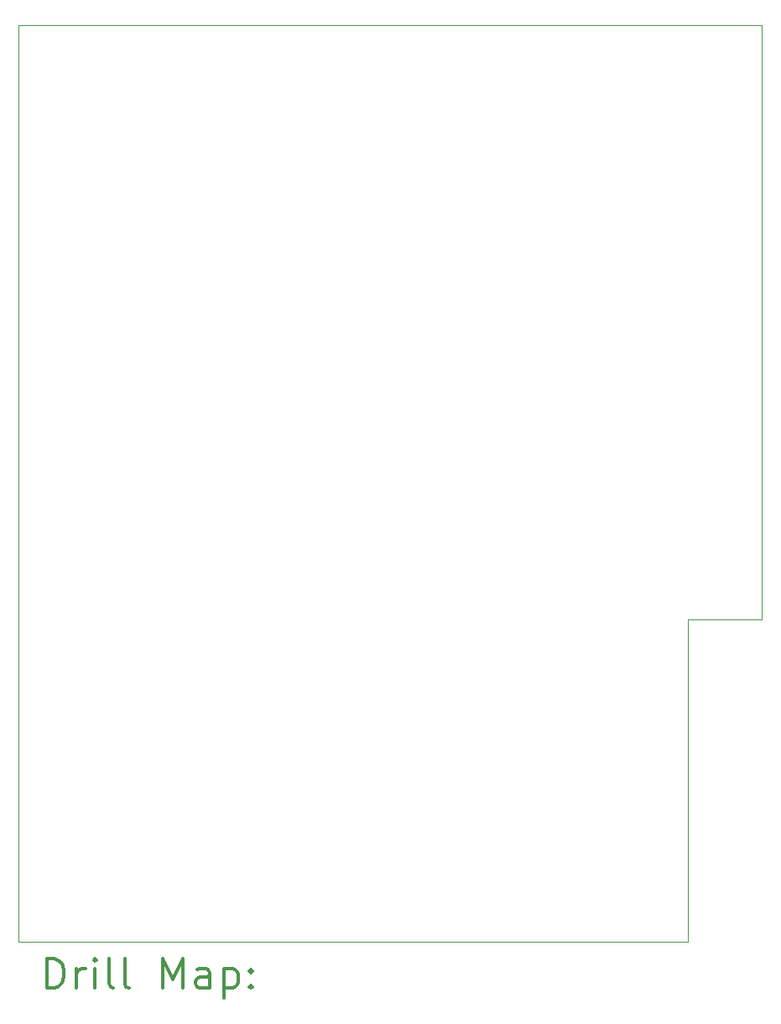
<source format=gbr>
%FSLAX45Y45*%
G04 Gerber Fmt 4.5, Leading zero omitted, Abs format (unit mm)*
G04 Created by KiCad (PCBNEW (5.1.4)-1) date 2021-09-05 23:40:44*
%MOMM*%
%LPD*%
G04 APERTURE LIST*
%ADD10C,0.050000*%
%ADD11C,0.200000*%
%ADD12C,0.300000*%
G04 APERTURE END LIST*
D10*
X15000000Y-5000000D02*
X7500000Y-5000000D01*
X15000000Y-11000000D02*
X15000000Y-5000000D01*
X14250000Y-11000000D02*
X15000000Y-11000000D01*
X14250000Y-14250000D02*
X14250000Y-11000000D01*
X7500000Y-14250000D02*
X14250000Y-14250000D01*
X7500000Y-5000000D02*
X7500000Y-14250000D01*
D11*
D12*
X7783928Y-14718214D02*
X7783928Y-14418214D01*
X7855357Y-14418214D01*
X7898214Y-14432500D01*
X7926786Y-14461071D01*
X7941071Y-14489643D01*
X7955357Y-14546786D01*
X7955357Y-14589643D01*
X7941071Y-14646786D01*
X7926786Y-14675357D01*
X7898214Y-14703929D01*
X7855357Y-14718214D01*
X7783928Y-14718214D01*
X8083928Y-14718214D02*
X8083928Y-14518214D01*
X8083928Y-14575357D02*
X8098214Y-14546786D01*
X8112500Y-14532500D01*
X8141071Y-14518214D01*
X8169643Y-14518214D01*
X8269643Y-14718214D02*
X8269643Y-14518214D01*
X8269643Y-14418214D02*
X8255357Y-14432500D01*
X8269643Y-14446786D01*
X8283928Y-14432500D01*
X8269643Y-14418214D01*
X8269643Y-14446786D01*
X8455357Y-14718214D02*
X8426786Y-14703929D01*
X8412500Y-14675357D01*
X8412500Y-14418214D01*
X8612500Y-14718214D02*
X8583928Y-14703929D01*
X8569643Y-14675357D01*
X8569643Y-14418214D01*
X8955357Y-14718214D02*
X8955357Y-14418214D01*
X9055357Y-14632500D01*
X9155357Y-14418214D01*
X9155357Y-14718214D01*
X9426786Y-14718214D02*
X9426786Y-14561071D01*
X9412500Y-14532500D01*
X9383928Y-14518214D01*
X9326786Y-14518214D01*
X9298214Y-14532500D01*
X9426786Y-14703929D02*
X9398214Y-14718214D01*
X9326786Y-14718214D01*
X9298214Y-14703929D01*
X9283928Y-14675357D01*
X9283928Y-14646786D01*
X9298214Y-14618214D01*
X9326786Y-14603929D01*
X9398214Y-14603929D01*
X9426786Y-14589643D01*
X9569643Y-14518214D02*
X9569643Y-14818214D01*
X9569643Y-14532500D02*
X9598214Y-14518214D01*
X9655357Y-14518214D01*
X9683928Y-14532500D01*
X9698214Y-14546786D01*
X9712500Y-14575357D01*
X9712500Y-14661071D01*
X9698214Y-14689643D01*
X9683928Y-14703929D01*
X9655357Y-14718214D01*
X9598214Y-14718214D01*
X9569643Y-14703929D01*
X9841071Y-14689643D02*
X9855357Y-14703929D01*
X9841071Y-14718214D01*
X9826786Y-14703929D01*
X9841071Y-14689643D01*
X9841071Y-14718214D01*
X9841071Y-14532500D02*
X9855357Y-14546786D01*
X9841071Y-14561071D01*
X9826786Y-14546786D01*
X9841071Y-14532500D01*
X9841071Y-14561071D01*
M02*

</source>
